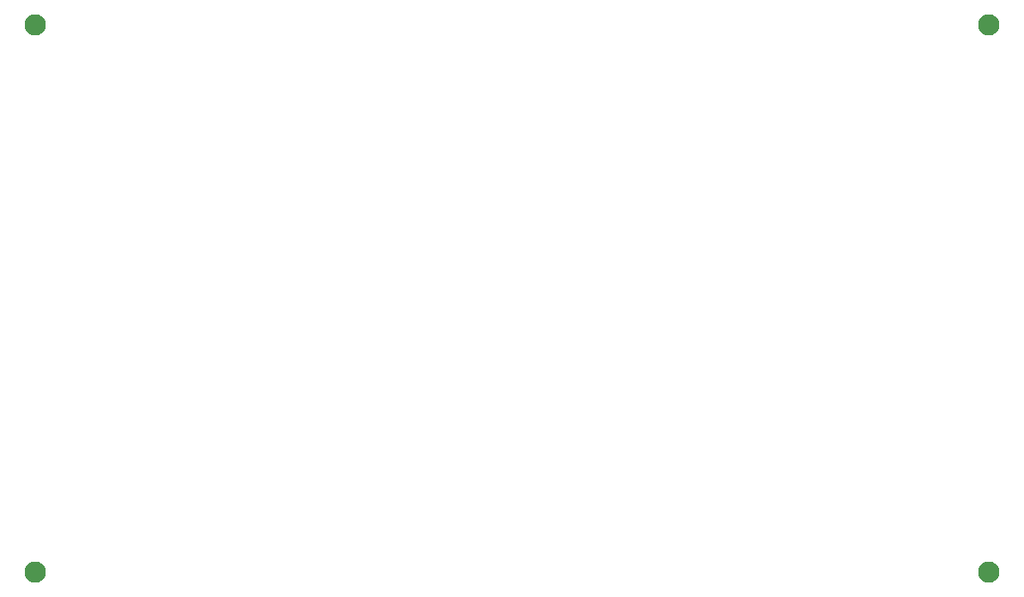
<source format=gts>
G04 Layer: TopSolderMaskLayer*
G04 EasyEDA Pro v2.2.36.5, 2025-02-22 11:45:42*
G04 Gerber Generator version 0.3*
G04 Scale: 100 percent, Rotated: No, Reflected: No*
G04 Dimensions in millimeters*
G04 Leading zeros omitted, absolute positions, 4 integers and 5 decimals*
%FSLAX45Y45*%
%MOMM*%
%ADD10C,2.102*%
G75*


G04 Pad Start*
G54D10*
G01X300000Y5700000D03*
G01X9700000Y5700000D03*
G01X9700000Y300000D03*
G01X300000Y300000D03*
G04 Pad End*

M02*


</source>
